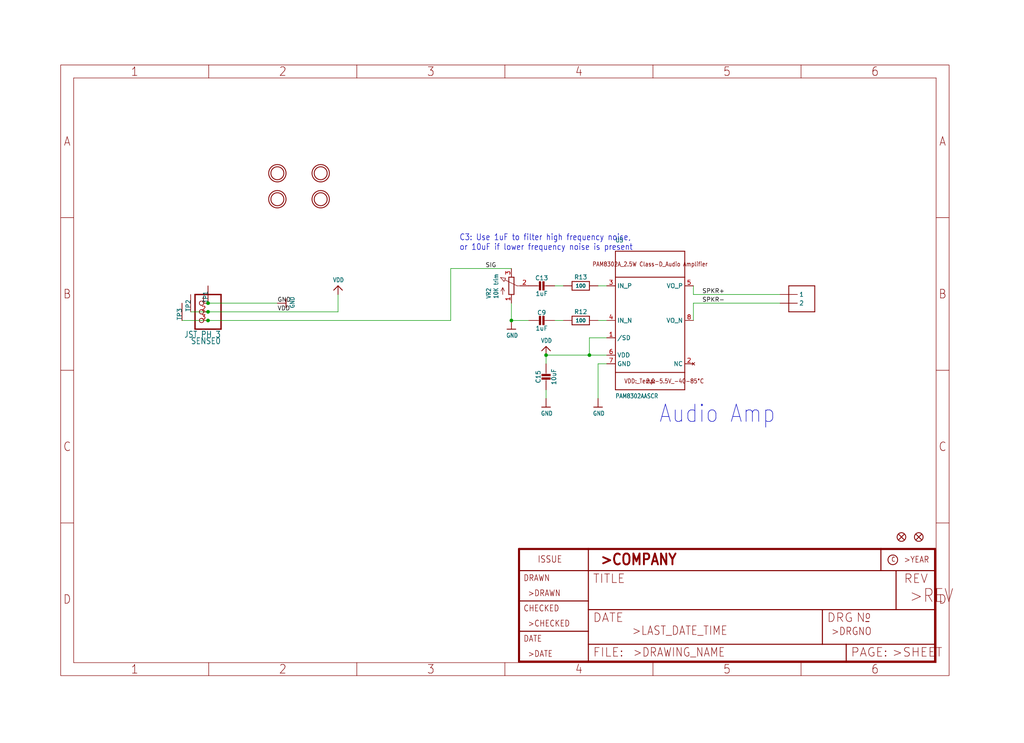
<source format=kicad_sch>
(kicad_sch (version 20211123) (generator eeschema)
  (paper "User" 300.076 217.881)
  (lib_symbols
    (symbol "eagleSchem-eagle-import:AUDIOAMP_PAM8302A"
      (property "Reference" "U" (at -10.16 22.86 0))
      (property "Value" "AUDIOAMP_PAM8302A" (at -10.16 -22.86 0))
      (symbol "AUDIOAMP_PAM8302A_1_0"
        (polyline (pts (xy -10.16 -20.32) (xy 10.16 -20.32)) (stroke (width 0.254)))
        (polyline (pts (xy -10.16 -15.24) (xy -10.16 -20.32)) (stroke (width 0.254)))
        (polyline (pts (xy -10.16 -15.24) (xy -10.16 12.7)) (stroke (width 0.254)))
        (polyline (pts (xy -10.16 12.7) (xy -10.16 20.32)) (stroke (width 0.254)))
        (polyline (pts (xy -10.16 12.7) (xy 10.16 12.7)) (stroke (width 0.254)))
        (polyline (pts (xy -10.16 20.32) (xy 10.16 20.32)) (stroke (width 0.254)))
        (polyline (pts (xy 10.16 -20.32) (xy 10.16 -15.24)) (stroke (width 0.254)))
        (polyline (pts (xy 10.16 -15.24) (xy -10.16 -15.24)) (stroke (width 0.254)))
        (polyline (pts (xy 10.16 12.7) (xy 10.16 -15.24)) (stroke (width 0.254)))
        (polyline (pts (xy 10.16 20.32) (xy 10.16 12.7)) (stroke (width 0.254)))
        (text "2.0-5.5V_-40-85°C" (at -1.27 -17.78 0) (effects (font (size 1.27 1.0795)) (justify left)))
        (text "PAM8302A_2.5W Class-D_Audio Amplifier" (at 0 16.51 0) (effects (font (size 1.27 1.0795))))
        (text "VDD:_Temp:" (at -7.62 -17.78 0) (effects (font (size 1.27 1.0795)) (justify left)))
        (pin input line (at -12.7 -5.08 0) (length 2.54) (name "/SD") (number "1"))
        (pin no_connect line (at 12.7 -12.7 180) (length 2.54) (name "NC") (number "2"))
        (pin input line (at -12.7 10.16 0) (length 2.54) (name "IN_P") (number "3"))
        (pin input line (at -12.7 0 0) (length 2.54) (name "IN_N") (number "4"))
        (pin output line (at 12.7 10.16 180) (length 2.54) (name "VO_P") (number "5"))
        (pin power_in line (at -12.7 -10.16 0) (length 2.54) (name "VDD") (number "6"))
        (pin power_in line (at -12.7 -12.7 0) (length 2.54) (name "GND") (number "7"))
        (pin output line (at 12.7 0 180) (length 2.54) (name "VO_N") (number "8"))
      )
    )
    (symbol "eagleSchem-eagle-import:CAP_CERAMIC0603_NO"
      (property "Reference" "C" (at -2.29 1.25 90))
      (property "Value" "CAP_CERAMIC0603_NO" (at 2.3 1.25 90))
      (symbol "CAP_CERAMIC0603_NO_1_0"
        (rectangle (start -1.27 0.508) (end 1.27 1.016) (fill (type outline)))
        (rectangle (start -1.27 1.524) (end 1.27 2.032) (fill (type outline)))
        (polyline (pts (xy 0 0.762) (xy 0 0)) (stroke (width 0.1524)))
        (polyline (pts (xy 0 2.54) (xy 0 1.778)) (stroke (width 0.1524)))
        (pin passive line (at 0 5.08 270) (length 2.54) (name "1") (number "1"))
        (pin passive line (at 0 -2.54 90) (length 2.54) (name "2") (number "2"))
      )
    )
    (symbol "eagleSchem-eagle-import:CAP_CERAMIC0805-NOOUTLINE"
      (property "Reference" "C" (at -2.29 1.25 90))
      (property "Value" "CAP_CERAMIC0805-NOOUTLINE" (at 2.3 1.25 90))
      (symbol "CAP_CERAMIC0805-NOOUTLINE_1_0"
        (rectangle (start -1.27 0.508) (end 1.27 1.016) (fill (type outline)))
        (rectangle (start -1.27 1.524) (end 1.27 2.032) (fill (type outline)))
        (polyline (pts (xy 0 0.762) (xy 0 0)) (stroke (width 0.1524)))
        (polyline (pts (xy 0 2.54) (xy 0 1.778)) (stroke (width 0.1524)))
        (pin passive line (at 0 5.08 270) (length 2.54) (name "1") (number "1"))
        (pin passive line (at 0 -2.54 90) (length 2.54) (name "2") (number "2"))
      )
    )
    (symbol "eagleSchem-eagle-import:CON_JST_PH_3PIN"
      (property "Reference" "X" (at -6.35 5.715 0))
      (property "Value" "CON_JST_PH_3PIN" (at -6.35 -7.62 0))
      (symbol "CON_JST_PH_3PIN_1_0"
        (polyline (pts (xy -6.35 -5.08) (xy 1.27 -5.08)) (stroke (width 0.4064)))
        (polyline (pts (xy -6.35 5.08) (xy -6.35 -5.08)) (stroke (width 0.4064)))
        (polyline (pts (xy 1.27 -5.08) (xy 1.27 5.08)) (stroke (width 0.4064)))
        (polyline (pts (xy 1.27 5.08) (xy -6.35 5.08)) (stroke (width 0.4064)))
        (pin passive inverted (at -2.54 2.54 0) (length 2.54) (name "1") (number "1"))
        (pin passive inverted (at -2.54 0 0) (length 2.54) (name "2") (number "2"))
        (pin passive inverted (at -2.54 -2.54 0) (length 2.54) (name "3") (number "3"))
      )
    )
    (symbol "eagleSchem-eagle-import:CON_MOLEX_2P"
      (symbol "CON_MOLEX_2P_1_0"
        (polyline (pts (xy -2.54 -2.54) (xy 5.08 -2.54)) (stroke (width 0.254)))
        (polyline (pts (xy -2.54 5.08) (xy -2.54 -2.54)) (stroke (width 0.254)))
        (polyline (pts (xy 5.08 -2.54) (xy 5.08 5.08)) (stroke (width 0.254)))
        (polyline (pts (xy 5.08 5.08) (xy -2.54 5.08)) (stroke (width 0.254)))
        (pin passive line (at -5.08 2.54 0) (length 5.08) (name "1") (number "1"))
        (pin passive line (at -5.08 0 0) (length 5.08) (name "2") (number "2"))
      )
      (symbol "CON_MOLEX_2P_2_0"
        (pin bidirectional line (at 0 0 0) (length 5.08) (name "MT") (number "M1"))
      )
      (symbol "CON_MOLEX_2P_3_0"
        (pin bidirectional line (at 0 0 0) (length 5.08) (name "MT") (number "M2"))
      )
    )
    (symbol "eagleSchem-eagle-import:FIDUCIAL_1MM"
      (symbol "FIDUCIAL_1MM_1_0"
        (polyline (pts (xy -0.762 0.762) (xy 0.762 -0.762)) (stroke (width 0.254)))
        (polyline (pts (xy 0.762 0.762) (xy -0.762 -0.762)) (stroke (width 0.254)))
        (circle (center 0 0) (radius 1.27) (stroke (width 0.254)))
      )
    )
    (symbol "eagleSchem-eagle-import:FRAME_A4"
      (symbol "FRAME_A4_1_0"
        (polyline (pts (xy 0 44.7675) (xy 3.81 44.7675)))
        (polyline (pts (xy 0 89.535) (xy 3.81 89.535)))
        (polyline (pts (xy 0 134.3025) (xy 3.81 134.3025)))
        (polyline (pts (xy 3.81 3.81) (xy 3.81 175.26)))
        (polyline (pts (xy 43.3917 0) (xy 43.3917 3.81)))
        (polyline (pts (xy 43.3917 175.26) (xy 43.3917 179.07)))
        (polyline (pts (xy 86.7833 0) (xy 86.7833 3.81)))
        (polyline (pts (xy 86.7833 175.26) (xy 86.7833 179.07)))
        (polyline (pts (xy 130.175 0) (xy 130.175 3.81)))
        (polyline (pts (xy 130.175 175.26) (xy 130.175 179.07)))
        (polyline (pts (xy 173.5667 0) (xy 173.5667 3.81)))
        (polyline (pts (xy 173.5667 175.26) (xy 173.5667 179.07)))
        (polyline (pts (xy 216.9583 0) (xy 216.9583 3.81)))
        (polyline (pts (xy 216.9583 175.26) (xy 216.9583 179.07)))
        (polyline (pts (xy 256.54 3.81) (xy 3.81 3.81)))
        (polyline (pts (xy 256.54 3.81) (xy 256.54 8.89)) (stroke (width 0.1016)))
        (polyline (pts (xy 256.54 3.81) (xy 256.54 175.26)))
        (polyline (pts (xy 256.54 8.89) (xy 256.54 13.97)) (stroke (width 0.1016)))
        (polyline (pts (xy 256.54 13.97) (xy 256.54 19.05)) (stroke (width 0.1016)))
        (polyline (pts (xy 256.54 19.05) (xy 256.54 36.83)) (stroke (width 0.1016)))
        (polyline (pts (xy 256.54 44.7675) (xy 260.35 44.7675)))
        (polyline (pts (xy 256.54 89.535) (xy 260.35 89.535)))
        (polyline (pts (xy 256.54 134.3025) (xy 260.35 134.3025)))
        (polyline (pts (xy 256.54 175.26) (xy 3.81 175.26)))
        (polyline (pts (xy 0 0) (xy 260.35 0) (xy 260.35 179.07) (xy 0 179.07) (xy 0 0)))
        (text "1" (at 21.6958 1.905 0) (effects (font (size 2.54 2.286))))
        (text "1" (at 21.6958 177.165 0) (effects (font (size 2.54 2.286))))
        (text "2" (at 65.0875 1.905 0) (effects (font (size 2.54 2.286))))
        (text "2" (at 65.0875 177.165 0) (effects (font (size 2.54 2.286))))
        (text "3" (at 108.4792 1.905 0) (effects (font (size 2.54 2.286))))
        (text "3" (at 108.4792 177.165 0) (effects (font (size 2.54 2.286))))
        (text "4" (at 151.8708 1.905 0) (effects (font (size 2.54 2.286))))
        (text "4" (at 151.8708 177.165 0) (effects (font (size 2.54 2.286))))
        (text "5" (at 195.2625 1.905 0) (effects (font (size 2.54 2.286))))
        (text "5" (at 195.2625 177.165 0) (effects (font (size 2.54 2.286))))
        (text "6" (at 238.6542 1.905 0) (effects (font (size 2.54 2.286))))
        (text "6" (at 238.6542 177.165 0) (effects (font (size 2.54 2.286))))
        (text "A" (at 1.905 156.6863 0) (effects (font (size 2.54 2.286))))
        (text "A" (at 258.445 156.6863 0) (effects (font (size 2.54 2.286))))
        (text "B" (at 1.905 111.9188 0) (effects (font (size 2.54 2.286))))
        (text "B" (at 258.445 111.9188 0) (effects (font (size 2.54 2.286))))
        (text "C" (at 1.905 67.1513 0) (effects (font (size 2.54 2.286))))
        (text "C" (at 258.445 67.1513 0) (effects (font (size 2.54 2.286))))
        (text "D" (at 1.905 22.3838 0) (effects (font (size 2.54 2.286))))
        (text "D" (at 258.445 22.3838 0) (effects (font (size 2.54 2.286))))
      )
      (symbol "FRAME_A4_2_0"
        (polyline (pts (xy -0.3048 1.5748) (xy 20.0152 1.5748)) (stroke (width 0.6096)))
        (polyline (pts (xy -0.3048 10.4648) (xy -0.3048 1.5748)) (stroke (width 0.6096)))
        (polyline (pts (xy -0.3048 10.4648) (xy 20.0152 10.4648)) (stroke (width 0.3048)))
        (polyline (pts (xy -0.3048 19.3548) (xy -0.3048 10.4648)) (stroke (width 0.6096)))
        (polyline (pts (xy -0.3048 19.3548) (xy 20.0152 19.3548)) (stroke (width 0.3048)))
        (polyline (pts (xy -0.3048 28.2448) (xy -0.3048 19.3548)) (stroke (width 0.6096)))
        (polyline (pts (xy -0.3048 28.2448) (xy 20.0152 28.2448)) (stroke (width 0.3048)))
        (polyline (pts (xy -0.3048 34.5948) (xy -0.3048 28.2448)) (stroke (width 0.6096)))
        (polyline (pts (xy 20.0152 1.5748) (xy 20.0152 6.6548)) (stroke (width 0.3048)))
        (polyline (pts (xy 20.0152 1.5748) (xy 95.5802 1.5748)) (stroke (width 0.6096)))
        (polyline (pts (xy 20.0152 6.6548) (xy 20.0152 10.4648)) (stroke (width 0.3048)))
        (polyline (pts (xy 20.0152 6.6548) (xy 88.5952 6.6548)) (stroke (width 0.3048)))
        (polyline (pts (xy 20.0152 10.4648) (xy 20.0152 16.8148)) (stroke (width 0.3048)))
        (polyline (pts (xy 20.0152 16.8148) (xy 20.0152 19.3548)) (stroke (width 0.3048)))
        (polyline (pts (xy 20.0152 19.3548) (xy 20.0152 28.2448)) (stroke (width 0.3048)))
        (polyline (pts (xy 20.0152 28.2448) (xy 20.0152 34.5948)) (stroke (width 0.3048)))
        (polyline (pts (xy 20.0152 28.2448) (xy 105.7402 28.2448)) (stroke (width 0.3048)))
        (polyline (pts (xy 20.0152 34.5948) (xy -0.3048 34.5948)) (stroke (width 0.6096)))
        (polyline (pts (xy 88.5952 6.6548) (xy 95.5802 6.6548)) (stroke (width 0.3048)))
        (polyline (pts (xy 88.5952 16.8148) (xy 20.0152 16.8148)) (stroke (width 0.3048)))
        (polyline (pts (xy 88.5952 16.8148) (xy 88.5952 6.6548)) (stroke (width 0.3048)))
        (polyline (pts (xy 95.5802 1.5748) (xy 121.6152 1.5748)) (stroke (width 0.6096)))
        (polyline (pts (xy 95.5802 6.6548) (xy 95.5802 1.5748)) (stroke (width 0.3048)))
        (polyline (pts (xy 95.5802 6.6548) (xy 121.6152 6.6548)) (stroke (width 0.3048)))
        (polyline (pts (xy 101.2952 13.3223) (xy 102.2477 13.3223)) (stroke (width 0.254)))
        (polyline (pts (xy 105.7402 28.2448) (xy 105.7402 34.5948)) (stroke (width 0.3048)))
        (polyline (pts (xy 105.7402 28.2448) (xy 110.1852 28.2448)) (stroke (width 0.3048)))
        (polyline (pts (xy 105.7402 34.5948) (xy 20.0152 34.5948)) (stroke (width 0.6096)))
        (polyline (pts (xy 110.1852 16.8148) (xy 88.5952 16.8148)) (stroke (width 0.3048)))
        (polyline (pts (xy 110.1852 28.2448) (xy 110.1852 16.8148)) (stroke (width 0.3048)))
        (polyline (pts (xy 110.1852 28.2448) (xy 121.6152 28.2448)) (stroke (width 0.3048)))
        (polyline (pts (xy 121.6152 6.6548) (xy 121.6152 1.5748)) (stroke (width 0.6096)))
        (polyline (pts (xy 121.6152 16.8148) (xy 110.1852 16.8148)) (stroke (width 0.3048)))
        (polyline (pts (xy 121.6152 16.8148) (xy 121.6152 6.6548)) (stroke (width 0.6096)))
        (polyline (pts (xy 121.6152 28.2448) (xy 121.6152 16.8148)) (stroke (width 0.6096)))
        (polyline (pts (xy 121.6152 34.5948) (xy 105.7402 34.5948)) (stroke (width 0.6096)))
        (polyline (pts (xy 121.6152 34.5948) (xy 121.6152 28.2448)) (stroke (width 0.6096)))
        (circle (center 109.2327 31.4198) (radius 1.4199) (stroke (width 0.254)))
        (text ">CHECKED" (at 2.2352 11.7348 0) (effects (font (size 1.778 1.5113)) (justify left bottom)))
        (text ">COMPANY" (at 23.349 29.6735 0) (effects (font (size 3.175 2.6987) (thickness 0.5397) bold) (justify left bottom)))
        (text ">DATE" (at 2.2352 2.8448 0) (effects (font (size 1.778 1.5113)) (justify left bottom)))
        (text ">DRAWING_NAME" (at 33.0327 2.8448 0) (effects (font (size 2.54 2.159)) (justify left bottom)))
        (text ">DRAWN" (at 2.2352 20.6248 0) (effects (font (size 1.778 1.5113)) (justify left bottom)))
        (text ">DRGNO" (at 91.1352 9.1948 0) (effects (font (size 2.1844 1.8567)) (justify left bottom)))
        (text ">LAST_DATE_TIME" (at 32.7152 9.1948 0) (effects (font (size 2.54 2.159)) (justify left bottom)))
        (text ">REV" (at 113.9952 18.7198 0) (effects (font (size 3.81 3.2385)) (justify left bottom)))
        (text ">SHEET" (at 108.9152 2.8448 0) (effects (font (size 2.54 2.54)) (justify left bottom)))
        (text ">YEAR" (at 112.4077 30.4673 0) (effects (font (size 1.778 1.5113)) (justify left bottom)))
        (text "C" (at 108.7564 30.7848 0) (effects (font (size 1.27 1.0795)) (justify left bottom)))
        (text "CHECKED" (at 0.9652 16.1798 0) (effects (font (size 1.778 1.5113)) (justify left bottom)))
        (text "DATE" (at 0.9652 7.2898 0) (effects (font (size 1.778 1.5113)) (justify left bottom)))
        (text "DATE" (at 21.2852 13.0048 0) (effects (font (size 2.54 2.54)) (justify left bottom)))
        (text "DRAWN" (at 0.9652 25.0698 0) (effects (font (size 1.778 1.5113)) (justify left bottom)))
        (text "DRG" (at 89.8652 13.0048 0) (effects (font (size 2.54 2.54)) (justify left bottom)))
        (text "FILE:" (at 21.2852 2.8448 0) (effects (font (size 2.54 2.54)) (justify left bottom)))
        (text "ISSUE" (at 5.0927 30.4673 0) (effects (font (size 1.9304 1.6408)) (justify left bottom)))
        (text "N" (at 98.4377 13.0048 0) (effects (font (size 2.54 2.54)) (justify left bottom)))
        (text "o" (at 100.9777 13.9573 0) (effects (font (size 2.1844 1.8567)) (justify left bottom)))
        (text "PAGE:" (at 96.8502 2.8448 0) (effects (font (size 2.54 2.54)) (justify left bottom)))
        (text "REV" (at 112.4077 24.4348 0) (effects (font (size 2.54 2.54)) (justify left bottom)))
        (text "TITLE" (at 21.2852 24.4348 0) (effects (font (size 2.54 2.54)) (justify left bottom)))
      )
    )
    (symbol "eagleSchem-eagle-import:GND" (power)
      (property "Value" "GND" (at -1.524 -2.54 0))
      (symbol "GND_1_0"
        (polyline (pts (xy -1.27 0) (xy 1.27 0)) (stroke (width 0.254)))
        (pin power_in line (at 0 2.54 270) (length 2.54) (name "GND") (number "1"))
      )
    )
    (symbol "eagleSchem-eagle-import:MOUNTINGHOLE2.0"
      (symbol "MOUNTINGHOLE2.0_1_0"
        (circle (center 0 0) (radius 1.905) (stroke (width 0.254)))
        (circle (center 0 0) (radius 2.54) (stroke (width 0.254)))
      )
    )
    (symbol "eagleSchem-eagle-import:RESISTOR_0603_NOOUT"
      (property "Reference" "R" (at 0 2.54 0))
      (property "Value" "RESISTOR_0603_NOOUT" (at 0 0 0))
      (symbol "RESISTOR_0603_NOOUT_1_0"
        (polyline (pts (xy -2.54 -1.27) (xy -2.54 1.27)) (stroke (width 0.254)))
        (polyline (pts (xy -2.54 1.27) (xy 2.54 1.27)) (stroke (width 0.254)))
        (polyline (pts (xy 2.54 -1.27) (xy -2.54 -1.27)) (stroke (width 0.254)))
        (polyline (pts (xy 2.54 1.27) (xy 2.54 -1.27)) (stroke (width 0.254)))
        (pin passive line (at -5.08 0 0) (length 2.54) (name "1") (number "1"))
        (pin passive line (at 5.08 0 180) (length 2.54) (name "2") (number "2"))
      )
    )
    (symbol "eagleSchem-eagle-import:SEWTAPPCB_ALLIGATOR"
      (property "Reference" "TP" (at 0 0 0))
      (symbol "SEWTAPPCB_ALLIGATOR_1_0"
        (pin bidirectional line (at 0 0 0) (length 5.08) (name "SEW") (number "P$1"))
      )
    )
    (symbol "eagleSchem-eagle-import:TRIMPOT3303W{slash}X"
      (property "Reference" "VR" (at -5.969 -3.81 90))
      (property "Value" "TRIMPOT3303W{slash}X" (at -3.81 -3.81 90))
      (symbol "TRIMPOT3303W{slash}X_1_0"
        (polyline (pts (xy -3.1989 2.4495) (xy -1.7018 2.2352)) (stroke (width 0.1524)))
        (polyline (pts (xy -2.54 -2.54) (xy -2.54 -0.508)) (stroke (width 0.1524)))
        (polyline (pts (xy -2.54 -0.508) (xy -3.048 -1.524)) (stroke (width 0.1524)))
        (polyline (pts (xy -2.54 -0.508) (xy -2.032 -1.524)) (stroke (width 0.1524)))
        (polyline (pts (xy -2.1597 1.2939) (xy -3.1989 2.4495)) (stroke (width 0.1524)))
        (polyline (pts (xy -2.1597 1.2939) (xy -1.7018 2.2352)) (stroke (width 0.1524)))
        (polyline (pts (xy -0.762 -2.54) (xy 0.762 -2.54)) (stroke (width 0.254)))
        (polyline (pts (xy -0.762 2.54) (xy -0.762 -2.54)) (stroke (width 0.254)))
        (polyline (pts (xy 0.762 -2.54) (xy 0.762 2.54)) (stroke (width 0.254)))
        (polyline (pts (xy 0.762 2.54) (xy -0.762 2.54)) (stroke (width 0.254)))
        (polyline (pts (xy 1.651 0) (xy -1.8796 1.7526)) (stroke (width 0.1524)))
        (polyline (pts (xy 2.54 0) (xy 1.651 0)) (stroke (width 0.1524)))
        (pin passive line (at 0 -5.08 90) (length 2.54) (name "A") (number "1"))
        (pin passive line (at 5.08 0 180) (length 2.54) (name "S") (number "2"))
        (pin passive line (at 0 5.08 270) (length 2.54) (name "E") (number "3"))
      )
    )
    (symbol "eagleSchem-eagle-import:VDD" (power)
      (property "Value" "VDD" (at -1.524 1.016 0))
      (symbol "VDD_1_0"
        (polyline (pts (xy -1.27 -1.27) (xy 0 0)) (stroke (width 0.254)))
        (polyline (pts (xy 0 0) (xy 1.27 -1.27)) (stroke (width 0.254)))
        (pin power_in line (at 0 -2.54 90) (length 2.54) (name "VDD") (number "1"))
      )
    )
  )
  (junction (at 60.96 91.44))
  (junction (at 172.72 104.14))
  (junction (at 149.86 93.98))
  (junction (at 60.96 93.98))
  (junction (at 160.02 104.14))
  (junction (at 60.96 88.9))
  (wire (pts (xy 172.72 99.06) (xy 172.72 104.14)))
  (wire (pts (xy 203.2 86.36) (xy 228.6 86.36)))
  (wire (pts (xy 160.02 114.3) (xy 160.02 116.84)))
  (wire (pts (xy 203.2 88.9) (xy 228.6 88.9)))
  (wire (pts (xy 60.96 88.9) (xy 81.28 88.9)))
  (wire (pts (xy 149.86 93.98) (xy 149.86 88.9)))
  (wire (pts (xy 162.56 83.82) (xy 165.1 83.82)))
  (wire (pts (xy 177.8 93.98) (xy 175.26 93.98)))
  (wire (pts (xy 177.8 99.06) (xy 172.72 99.06)))
  (wire (pts (xy 60.96 93.98) (xy 53.34 93.98)))
  (wire (pts (xy 177.8 104.14) (xy 172.72 104.14)))
  (wire (pts (xy 132.08 78.74) (xy 149.86 78.74)))
  (wire (pts (xy 203.2 86.36) (xy 203.2 83.82)))
  (wire (pts (xy 165.1 93.98) (xy 162.56 93.98)))
  (wire (pts (xy 177.8 106.68) (xy 175.26 106.68)))
  (wire (pts (xy 203.2 88.9) (xy 203.2 93.98)))
  (wire (pts (xy 175.26 106.68) (xy 175.26 116.84)))
  (wire (pts (xy 172.72 104.14) (xy 160.02 104.14)))
  (wire (pts (xy 60.96 93.98) (xy 132.08 93.98)))
  (wire (pts (xy 99.06 91.44) (xy 99.06 86.36)))
  (wire (pts (xy 60.96 91.44) (xy 55.88 91.44)))
  (wire (pts (xy 132.08 93.98) (xy 132.08 78.74)))
  (wire (pts (xy 177.8 83.82) (xy 175.26 83.82)))
  (wire (pts (xy 154.94 93.98) (xy 149.86 93.98)))
  (wire (pts (xy 99.06 91.44) (xy 60.96 91.44)))
  (wire (pts (xy 160.02 104.14) (xy 160.02 106.68)))
  (text "C3: Use 1uF to filter high frequency noise,\nor 10uF if lower frequency noise is present" (at 134.62 73.66 180) (effects (font (size 1.778 1.5113)) (justify left bottom)))
  (text "Audio Amp" (at 193.04 124.46 180) (effects (font (size 5.08 4.318)) (justify left bottom)))
  (label "VDD" (at 81.28 91.44 0) (effects (font (size 1.2446 1.2446))))
  (label "SPKR+" (at 205.74 86.36 0) (effects (font (size 1.2446 1.2446))))
  (label "GND" (at 81.28 88.9 0) (effects (font (size 1.2446 1.2446))))
  (label "SIG" (at 142.24 78.74 0) (effects (font (size 1.2446 1.2446))))
  (label "SPKR-" (at 205.74 88.9 0) (effects (font (size 1.2446 1.2446))))
  (symbol (lib_id "eagleSchem-eagle-import:RESISTOR_0603_NOOUT") (at 170.18 93.98 0) (unit 1)
    (property "Reference" "R12" (at 170.18 91.44 0))
    (property "Value" "100" (at 170.18 93.98 0) (effects (font (size 1.016 1.016) bold)))
    (property "Footprint" "eagleSchem:0603-NO" (effects hide))
  )
  (symbol (lib_id "eagleSchem-eagle-import:MOUNTINGHOLE2.0") (at 81.28 50.8 0) (unit 1)
    (property "Reference" "U$11" (effects hide))
    (property "Value" "MOUNTINGHOLE2.0" (effects hide))
    (property "Footprint" "eagleSchem:MOUNTINGHOLE_2.0_PLATED" (effects hide))
  )
  (symbol (lib_id "eagleSchem-eagle-import:CAP_CERAMIC0603_NO") (at 157.48 83.82 270) (unit 1)
    (property "Reference" "C13" (at 158.73 81.53 90))
    (property "Value" "1uF" (at 158.73 86.12 90))
    (property "Footprint" "eagleSchem:0603-NO" (effects hide))
  )
  (symbol (lib_id "eagleSchem-eagle-import:MOUNTINGHOLE2.0") (at 93.98 50.8 0) (unit 1)
    (property "Reference" "U$10" (effects hide))
    (property "Value" "MOUNTINGHOLE2.0" (effects hide))
    (property "Footprint" "eagleSchem:MOUNTINGHOLE_2.0_PLATED" (effects hide))
  )
  (symbol (lib_id "eagleSchem-eagle-import:FRAME_A4") (at 152.4 195.58 0) (unit 2)
    (property "Reference" "#FRAME1" (effects hide))
    (property "Value" "FRAME_A4" (effects hide))
    (property "Footprint" "eagleSchem:" (effects hide))
  )
  (symbol (lib_id "eagleSchem-eagle-import:MOUNTINGHOLE2.0") (at 93.98 58.42 0) (unit 1)
    (property "Reference" "U$12" (effects hide))
    (property "Value" "MOUNTINGHOLE2.0" (effects hide))
    (property "Footprint" "eagleSchem:MOUNTINGHOLE_2.0_PLATED" (effects hide))
  )
  (symbol (lib_id "eagleSchem-eagle-import:CAP_CERAMIC0603_NO") (at 157.48 93.98 270) (unit 1)
    (property "Reference" "C9" (at 158.73 91.69 90))
    (property "Value" "1uF" (at 158.73 96.28 90))
    (property "Footprint" "eagleSchem:0603-NO" (effects hide))
  )
  (symbol (lib_id "eagleSchem-eagle-import:CON_MOLEX_2P") (at 233.68 88.9 0) (unit 1)
    (property "Reference" "U$13" (effects hide))
    (property "Value" "CON_MOLEX_2P" (effects hide))
    (property "Footprint" "eagleSchem:53398-0271" (effects hide))
  )
  (symbol (lib_id "eagleSchem-eagle-import:VDD") (at 99.06 83.82 0) (unit 1)
    (property "Reference" "#U$2" (effects hide))
    (property "Value" "VDD" (at 97.536 82.804 0) (effects (font (size 1.27 1.0795)) (justify left bottom)))
    (property "Footprint" "eagleSchem:" (effects hide))
  )
  (symbol (lib_id "eagleSchem-eagle-import:SEWTAPPCB_ALLIGATOR") (at 55.88 91.44 90) (unit 1)
    (property "Reference" "TP2" (at 55.88 91.44 0) (effects (justify left bottom)))
    (property "Value" "SEWTAPPCB_ALLIGATOR" (effects hide))
    (property "Footprint" "eagleSchem:PCB_ALLI" (effects hide))
  )
  (symbol (lib_id "eagleSchem-eagle-import:GND") (at 160.02 119.38 0) (unit 1)
    (property "Reference" "#U$45" (effects hide))
    (property "Value" "GND" (at 158.496 121.92 0) (effects (font (size 1.27 1.0795)) (justify left bottom)))
    (property "Footprint" "eagleSchem:" (effects hide))
  )
  (symbol (lib_id "eagleSchem-eagle-import:CON_JST_PH_3PIN") (at 58.42 91.44 0) (mirror y) (unit 1)
    (property "Reference" "SENSE0" (at 64.77 100.965 0) (effects (font (size 1.778 1.5113)) (justify left bottom)))
    (property "Value" "JST PH 3" (at 64.77 99.06 0) (effects (font (size 1.778 1.5113)) (justify left bottom)))
    (property "Footprint" "eagleSchem:JSTPH3" (effects hide))
  )
  (symbol (lib_id "eagleSchem-eagle-import:FIDUCIAL_1MM") (at 269.24 157.48 0) (unit 1)
    (property "Reference" "FID1" (effects hide))
    (property "Value" "FIDUCIAL_1MM" (effects hide))
    (property "Footprint" "eagleSchem:FIDUCIAL_1MM" (effects hide))
  )
  (symbol (lib_id "eagleSchem-eagle-import:FIDUCIAL_1MM") (at 264.16 157.48 0) (unit 1)
    (property "Reference" "FID2" (effects hide))
    (property "Value" "FIDUCIAL_1MM" (effects hide))
    (property "Footprint" "eagleSchem:FIDUCIAL_1MM" (effects hide))
  )
  (symbol (lib_id "eagleSchem-eagle-import:TRIMPOT3303W{slash}X") (at 149.86 83.82 0) (unit 1)
    (property "Reference" "VR2" (at 143.891 87.63 90) (effects (font (size 1.27 1.0795)) (justify left bottom)))
    (property "Value" "10K trim" (at 146.05 87.63 90) (effects (font (size 1.27 1.0795)) (justify left bottom)))
    (property "Footprint" "eagleSchem:TRIMPOT_BOURNS_3303W" (effects hide))
  )
  (symbol (lib_id "eagleSchem-eagle-import:SEWTAPPCB_ALLIGATOR") (at 53.34 93.98 90) (unit 1)
    (property "Reference" "TP3" (at 53.34 93.98 0) (effects (justify left bottom)))
    (property "Value" "SEWTAPPCB_ALLIGATOR" (effects hide))
    (property "Footprint" "eagleSchem:PCB_ALLI" (effects hide))
  )
  (symbol (lib_id "eagleSchem-eagle-import:AUDIOAMP_PAM8302A") (at 190.5 93.98 0) (unit 1)
    (property "Reference" "U5" (at 180.34 71.12 0) (effects (font (size 1.27 1.0795)) (justify left bottom)))
    (property "Value" "PAM8302AASCR" (at 180.34 116.84 0) (effects (font (size 1.27 1.0795)) (justify left bottom)))
    (property "Footprint" "eagleSchem:MSOP8_0.65MM" (effects hide))
  )
  (symbol (lib_id "eagleSchem-eagle-import:GND") (at 83.82 88.9 90) (unit 1)
    (property "Reference" "#U$7" (effects hide))
    (property "Value" "GND" (at 86.36 90.424 0) (effects (font (size 1.27 1.0795)) (justify left bottom)))
    (property "Footprint" "eagleSchem:" (effects hide))
  )
  (symbol (lib_id "eagleSchem-eagle-import:FRAME_A4") (at 17.78 198.12 0) (unit 1)
    (property "Reference" "#FRAME1" (effects hide))
    (property "Value" "FRAME_A4" (effects hide))
    (property "Footprint" "eagleSchem:" (effects hide))
  )
  (symbol (lib_id "eagleSchem-eagle-import:RESISTOR_0603_NOOUT") (at 170.18 83.82 0) (unit 1)
    (property "Reference" "R13" (at 170.18 81.28 0))
    (property "Value" "100" (at 170.18 83.82 0) (effects (font (size 1.016 1.016) bold)))
    (property "Footprint" "eagleSchem:0603-NO" (effects hide))
  )
  (symbol (lib_id "eagleSchem-eagle-import:VDD") (at 160.02 101.6 0) (unit 1)
    (property "Reference" "#U$8" (effects hide))
    (property "Value" "VDD" (at 158.496 100.584 0) (effects (font (size 1.27 1.0795)) (justify left bottom)))
    (property "Footprint" "eagleSchem:" (effects hide))
  )
  (symbol (lib_id "eagleSchem-eagle-import:MOUNTINGHOLE2.0") (at 81.28 58.42 0) (unit 1)
    (property "Reference" "U$9" (effects hide))
    (property "Value" "MOUNTINGHOLE2.0" (effects hide))
    (property "Footprint" "eagleSchem:MOUNTINGHOLE_2.0_PLATED" (effects hide))
  )
  (symbol (lib_id "eagleSchem-eagle-import:GND") (at 175.26 119.38 0) (unit 1)
    (property "Reference" "#U$46" (effects hide))
    (property "Value" "GND" (at 173.736 121.92 0) (effects (font (size 1.27 1.0795)) (justify left bottom)))
    (property "Footprint" "eagleSchem:" (effects hide))
  )
  (symbol (lib_id "eagleSchem-eagle-import:SEWTAPPCB_ALLIGATOR") (at 60.96 88.9 90) (unit 1)
    (property "Reference" "TP1" (at 60.96 88.9 0) (effects (justify left bottom)))
    (property "Value" "SEWTAPPCB_ALLIGATOR" (effects hide))
    (property "Footprint" "eagleSchem:PCB_ALLI" (effects hide))
  )
  (symbol (lib_id "eagleSchem-eagle-import:GND") (at 149.86 96.52 0) (unit 1)
    (property "Reference" "#U$48" (effects hide))
    (property "Value" "GND" (at 148.336 99.06 0) (effects (font (size 1.27 1.0795)) (justify left bottom)))
    (property "Footprint" "eagleSchem:" (effects hide))
  )
  (symbol (lib_id "eagleSchem-eagle-import:CAP_CERAMIC0805-NOOUTLINE") (at 160.02 111.76 0) (unit 1)
    (property "Reference" "C15" (at 157.73 110.51 90))
    (property "Value" "10uF" (at 162.32 110.51 90))
    (property "Footprint" "eagleSchem:0805-NO" (effects hide))
  )
)
</source>
